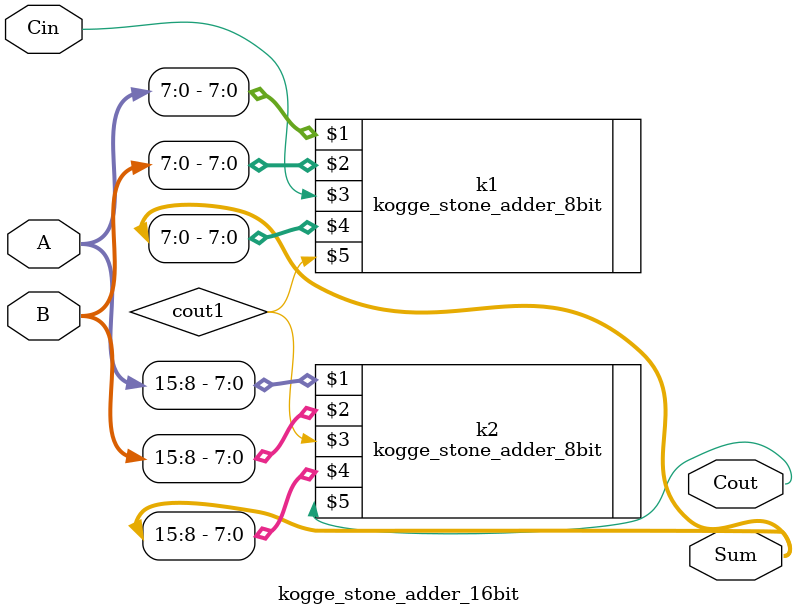
<source format=v>
`timescale 1ns / 1ps

module kogge_stone_adder_16bit (input [15:0] A,B, input Cin, output[15:0] Sum, output Cout);
    wire cout1;
    
    
    kogge_stone_adder_8bit k1 (A[7:0] , B[7:0], Cin, Sum[7:0], cout1 );
    kogge_stone_adder_8bit k2 (A[15:8] , B[15:8], cout1, Sum[15:8], Cout );

endmodule
</source>
